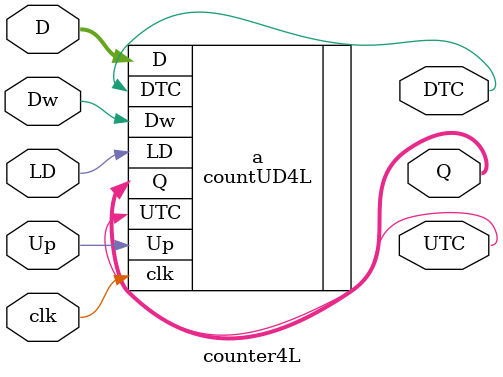
<source format=v>
`timescale 1ns / 1ps


module counter4L(
    input Up,
    input Dw,
    input clk,
    input LD,
    input [3:0] D,
    output [3:0] Q,
    output UTC,
    output DTC
    );
    countUD4L a(.Up(Up),.Dw(Dw),.clk(clk),.LD(LD),.D(D),.Q(Q),.UTC(UTC),.DTC(DTC));
      
      
      
       
endmodule

</source>
